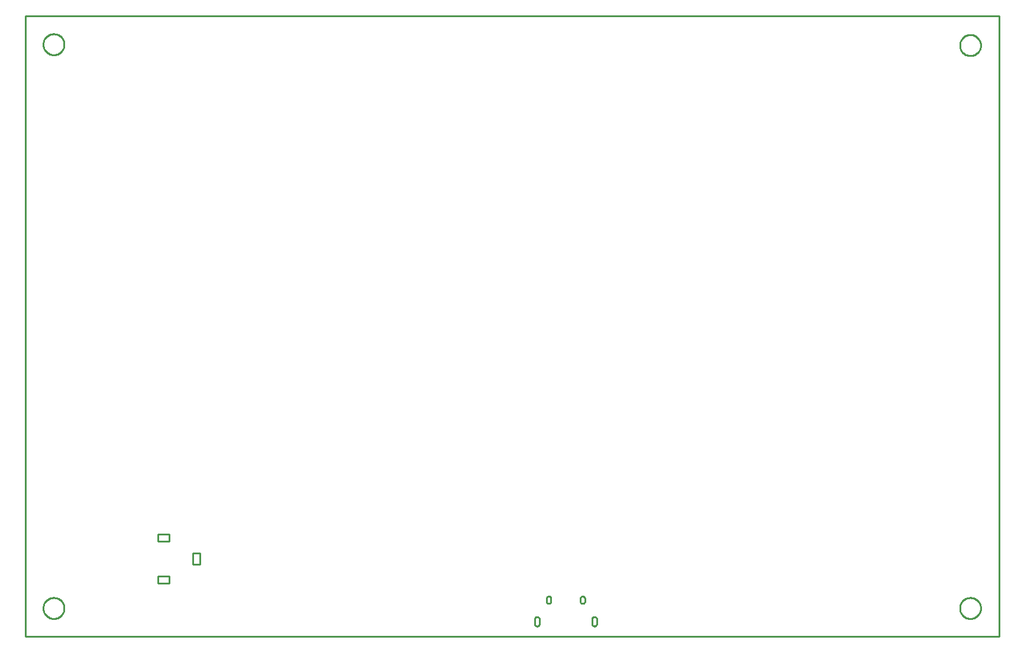
<source format=gbr>
G04 EAGLE Gerber RS-274X export*
G75*
%MOMM*%
%FSLAX34Y34*%
%LPD*%
%IN*%
%IPPOS*%
%AMOC8*
5,1,8,0,0,1.08239X$1,22.5*%
G01*
%ADD10C,0.254000*%


D10*
X0Y0D02*
X1393700Y0D01*
X1393700Y888900D01*
X0Y888900D01*
X0Y0D01*
X240120Y103200D02*
X250120Y103200D01*
X250120Y119200D01*
X240120Y119200D01*
X240120Y103200D01*
X190120Y76200D02*
X206120Y76200D01*
X206120Y86200D01*
X190120Y86200D01*
X190120Y76200D01*
X190120Y136200D02*
X206120Y136200D01*
X206120Y146200D01*
X190120Y146200D01*
X190120Y136200D01*
X728930Y18390D02*
X728943Y18085D01*
X728983Y17782D01*
X729049Y17484D01*
X729141Y17193D01*
X729258Y16911D01*
X729399Y16640D01*
X729563Y16382D01*
X729749Y16140D01*
X729955Y15915D01*
X730180Y15709D01*
X730422Y15523D01*
X730680Y15359D01*
X730951Y15218D01*
X731233Y15101D01*
X731524Y15009D01*
X731822Y14943D01*
X732125Y14903D01*
X732430Y14890D01*
X732735Y14903D01*
X733038Y14943D01*
X733336Y15009D01*
X733627Y15101D01*
X733909Y15218D01*
X734180Y15359D01*
X734438Y15523D01*
X734680Y15709D01*
X734905Y15915D01*
X735111Y16140D01*
X735297Y16382D01*
X735461Y16640D01*
X735602Y16911D01*
X735719Y17193D01*
X735811Y17484D01*
X735877Y17782D01*
X735917Y18085D01*
X735930Y18390D01*
X735930Y24790D01*
X735917Y25095D01*
X735877Y25398D01*
X735811Y25696D01*
X735719Y25987D01*
X735602Y26269D01*
X735461Y26540D01*
X735297Y26798D01*
X735111Y27040D01*
X734905Y27265D01*
X734680Y27471D01*
X734438Y27657D01*
X734180Y27821D01*
X733909Y27962D01*
X733627Y28079D01*
X733336Y28171D01*
X733038Y28237D01*
X732735Y28277D01*
X732430Y28290D01*
X732125Y28277D01*
X731822Y28237D01*
X731524Y28171D01*
X731233Y28079D01*
X730951Y27962D01*
X730680Y27821D01*
X730422Y27657D01*
X730180Y27471D01*
X729955Y27265D01*
X729749Y27040D01*
X729563Y26798D01*
X729399Y26540D01*
X729258Y26269D01*
X729141Y25987D01*
X729049Y25696D01*
X728983Y25398D01*
X728943Y25095D01*
X728930Y24790D01*
X728930Y18390D01*
X810930Y18390D02*
X810943Y18085D01*
X810983Y17782D01*
X811049Y17484D01*
X811141Y17193D01*
X811258Y16911D01*
X811399Y16640D01*
X811563Y16382D01*
X811749Y16140D01*
X811955Y15915D01*
X812180Y15709D01*
X812422Y15523D01*
X812680Y15359D01*
X812951Y15218D01*
X813233Y15101D01*
X813524Y15009D01*
X813822Y14943D01*
X814125Y14903D01*
X814430Y14890D01*
X814735Y14903D01*
X815038Y14943D01*
X815336Y15009D01*
X815627Y15101D01*
X815909Y15218D01*
X816180Y15359D01*
X816438Y15523D01*
X816680Y15709D01*
X816905Y15915D01*
X817111Y16140D01*
X817297Y16382D01*
X817461Y16640D01*
X817602Y16911D01*
X817719Y17193D01*
X817811Y17484D01*
X817877Y17782D01*
X817917Y18085D01*
X817930Y18390D01*
X817930Y24790D01*
X817917Y25095D01*
X817877Y25398D01*
X817811Y25696D01*
X817719Y25987D01*
X817602Y26269D01*
X817461Y26540D01*
X817297Y26798D01*
X817111Y27040D01*
X816905Y27265D01*
X816680Y27471D01*
X816438Y27657D01*
X816180Y27821D01*
X815909Y27962D01*
X815627Y28079D01*
X815336Y28171D01*
X815038Y28237D01*
X814735Y28277D01*
X814430Y28290D01*
X814125Y28277D01*
X813822Y28237D01*
X813524Y28171D01*
X813233Y28079D01*
X812951Y27962D01*
X812680Y27821D01*
X812422Y27657D01*
X812180Y27471D01*
X811955Y27265D01*
X811749Y27040D01*
X811563Y26798D01*
X811399Y26540D01*
X811258Y26269D01*
X811141Y25987D01*
X811049Y25696D01*
X810983Y25398D01*
X810943Y25095D01*
X810930Y24790D01*
X810930Y18390D01*
X794430Y50390D02*
X794442Y50107D01*
X794479Y49826D01*
X794541Y49549D01*
X794626Y49278D01*
X794735Y49017D01*
X794865Y48765D01*
X795018Y48526D01*
X795190Y48301D01*
X795382Y48092D01*
X795591Y47900D01*
X795816Y47728D01*
X796055Y47575D01*
X796307Y47445D01*
X796568Y47336D01*
X796839Y47251D01*
X797116Y47189D01*
X797397Y47152D01*
X797680Y47140D01*
X797963Y47152D01*
X798244Y47189D01*
X798521Y47251D01*
X798792Y47336D01*
X799054Y47445D01*
X799305Y47575D01*
X799544Y47728D01*
X799769Y47900D01*
X799978Y48092D01*
X800170Y48301D01*
X800342Y48526D01*
X800495Y48765D01*
X800626Y49017D01*
X800734Y49278D01*
X800819Y49549D01*
X800881Y49826D01*
X800918Y50107D01*
X800930Y50390D01*
X800930Y54390D01*
X800918Y54673D01*
X800881Y54954D01*
X800819Y55231D01*
X800734Y55502D01*
X800626Y55764D01*
X800495Y56015D01*
X800342Y56254D01*
X800170Y56479D01*
X799978Y56688D01*
X799769Y56880D01*
X799544Y57052D01*
X799305Y57205D01*
X799054Y57336D01*
X798792Y57444D01*
X798521Y57529D01*
X798244Y57591D01*
X797963Y57628D01*
X797680Y57640D01*
X797397Y57628D01*
X797116Y57591D01*
X796839Y57529D01*
X796568Y57444D01*
X796307Y57336D01*
X796055Y57205D01*
X795816Y57052D01*
X795591Y56880D01*
X795382Y56688D01*
X795190Y56479D01*
X795018Y56254D01*
X794865Y56015D01*
X794735Y55764D01*
X794626Y55502D01*
X794541Y55231D01*
X794479Y54954D01*
X794442Y54673D01*
X794430Y54390D01*
X794430Y50390D01*
X745930Y50390D02*
X745942Y50107D01*
X745979Y49826D01*
X746041Y49549D01*
X746126Y49278D01*
X746235Y49017D01*
X746365Y48765D01*
X746518Y48526D01*
X746690Y48301D01*
X746882Y48092D01*
X747091Y47900D01*
X747316Y47728D01*
X747555Y47575D01*
X747807Y47445D01*
X748068Y47336D01*
X748339Y47251D01*
X748616Y47189D01*
X748897Y47152D01*
X749180Y47140D01*
X749463Y47152D01*
X749744Y47189D01*
X750021Y47251D01*
X750292Y47336D01*
X750554Y47445D01*
X750805Y47575D01*
X751044Y47728D01*
X751269Y47900D01*
X751478Y48092D01*
X751670Y48301D01*
X751842Y48526D01*
X751995Y48765D01*
X752126Y49017D01*
X752234Y49278D01*
X752319Y49549D01*
X752381Y49826D01*
X752418Y50107D01*
X752430Y50390D01*
X752430Y54390D01*
X752418Y54673D01*
X752381Y54954D01*
X752319Y55231D01*
X752234Y55502D01*
X752126Y55764D01*
X751995Y56015D01*
X751842Y56254D01*
X751670Y56479D01*
X751478Y56688D01*
X751269Y56880D01*
X751044Y57052D01*
X750805Y57205D01*
X750554Y57336D01*
X750292Y57444D01*
X750021Y57529D01*
X749744Y57591D01*
X749463Y57628D01*
X749180Y57640D01*
X748897Y57628D01*
X748616Y57591D01*
X748339Y57529D01*
X748068Y57444D01*
X747807Y57336D01*
X747555Y57205D01*
X747316Y57052D01*
X747091Y56880D01*
X746882Y56688D01*
X746690Y56479D01*
X746518Y56254D01*
X746365Y56015D01*
X746235Y55764D01*
X746126Y55502D01*
X746041Y55231D01*
X745979Y54954D01*
X745942Y54673D01*
X745930Y54390D01*
X745930Y50390D01*
X1367550Y846554D02*
X1367474Y845486D01*
X1367321Y844425D01*
X1367093Y843378D01*
X1366791Y842350D01*
X1366417Y841346D01*
X1365972Y840371D01*
X1365458Y839431D01*
X1364879Y838530D01*
X1364237Y837672D01*
X1363535Y836862D01*
X1362778Y836105D01*
X1361968Y835403D01*
X1361110Y834761D01*
X1360209Y834182D01*
X1359269Y833668D01*
X1358294Y833223D01*
X1357290Y832849D01*
X1356262Y832547D01*
X1355215Y832319D01*
X1354154Y832166D01*
X1353086Y832090D01*
X1352014Y832090D01*
X1350946Y832166D01*
X1349885Y832319D01*
X1348838Y832547D01*
X1347810Y832849D01*
X1346806Y833223D01*
X1345831Y833668D01*
X1344891Y834182D01*
X1343990Y834761D01*
X1343132Y835403D01*
X1342322Y836105D01*
X1341565Y836862D01*
X1340863Y837672D01*
X1340221Y838530D01*
X1339642Y839431D01*
X1339128Y840371D01*
X1338683Y841346D01*
X1338309Y842350D01*
X1338007Y843378D01*
X1337779Y844425D01*
X1337626Y845486D01*
X1337550Y846554D01*
X1337550Y847626D01*
X1337626Y848694D01*
X1337779Y849755D01*
X1338007Y850802D01*
X1338309Y851830D01*
X1338683Y852834D01*
X1339128Y853809D01*
X1339642Y854749D01*
X1340221Y855650D01*
X1340863Y856508D01*
X1341565Y857318D01*
X1342322Y858075D01*
X1343132Y858777D01*
X1343990Y859419D01*
X1344891Y859998D01*
X1345831Y860512D01*
X1346806Y860957D01*
X1347810Y861331D01*
X1348838Y861633D01*
X1349885Y861861D01*
X1350946Y862014D01*
X1352014Y862090D01*
X1353086Y862090D01*
X1354154Y862014D01*
X1355215Y861861D01*
X1356262Y861633D01*
X1357290Y861331D01*
X1358294Y860957D01*
X1359269Y860512D01*
X1360209Y859998D01*
X1361110Y859419D01*
X1361968Y858777D01*
X1362778Y858075D01*
X1363535Y857318D01*
X1364237Y856508D01*
X1364879Y855650D01*
X1365458Y854749D01*
X1365972Y853809D01*
X1366417Y852834D01*
X1366791Y851830D01*
X1367093Y850802D01*
X1367321Y849755D01*
X1367474Y848694D01*
X1367550Y847626D01*
X1367550Y846554D01*
X1367550Y40104D02*
X1367474Y39036D01*
X1367321Y37975D01*
X1367093Y36928D01*
X1366791Y35900D01*
X1366417Y34896D01*
X1365972Y33921D01*
X1365458Y32981D01*
X1364879Y32080D01*
X1364237Y31222D01*
X1363535Y30412D01*
X1362778Y29655D01*
X1361968Y28953D01*
X1361110Y28311D01*
X1360209Y27732D01*
X1359269Y27218D01*
X1358294Y26773D01*
X1357290Y26399D01*
X1356262Y26097D01*
X1355215Y25869D01*
X1354154Y25716D01*
X1353086Y25640D01*
X1352014Y25640D01*
X1350946Y25716D01*
X1349885Y25869D01*
X1348838Y26097D01*
X1347810Y26399D01*
X1346806Y26773D01*
X1345831Y27218D01*
X1344891Y27732D01*
X1343990Y28311D01*
X1343132Y28953D01*
X1342322Y29655D01*
X1341565Y30412D01*
X1340863Y31222D01*
X1340221Y32080D01*
X1339642Y32981D01*
X1339128Y33921D01*
X1338683Y34896D01*
X1338309Y35900D01*
X1338007Y36928D01*
X1337779Y37975D01*
X1337626Y39036D01*
X1337550Y40104D01*
X1337550Y41176D01*
X1337626Y42244D01*
X1337779Y43305D01*
X1338007Y44352D01*
X1338309Y45380D01*
X1338683Y46384D01*
X1339128Y47359D01*
X1339642Y48299D01*
X1340221Y49200D01*
X1340863Y50058D01*
X1341565Y50868D01*
X1342322Y51625D01*
X1343132Y52327D01*
X1343990Y52969D01*
X1344891Y53548D01*
X1345831Y54062D01*
X1346806Y54507D01*
X1347810Y54881D01*
X1348838Y55183D01*
X1349885Y55411D01*
X1350946Y55564D01*
X1352014Y55640D01*
X1353086Y55640D01*
X1354154Y55564D01*
X1355215Y55411D01*
X1356262Y55183D01*
X1357290Y54881D01*
X1358294Y54507D01*
X1359269Y54062D01*
X1360209Y53548D01*
X1361110Y52969D01*
X1361968Y52327D01*
X1362778Y51625D01*
X1363535Y50868D01*
X1364237Y50058D01*
X1364879Y49200D01*
X1365458Y48299D01*
X1365972Y47359D01*
X1366417Y46384D01*
X1366791Y45380D01*
X1367093Y44352D01*
X1367321Y43305D01*
X1367474Y42244D01*
X1367550Y41176D01*
X1367550Y40104D01*
X55640Y847824D02*
X55564Y846756D01*
X55411Y845695D01*
X55183Y844648D01*
X54881Y843620D01*
X54507Y842616D01*
X54062Y841641D01*
X53548Y840701D01*
X52969Y839800D01*
X52327Y838942D01*
X51625Y838132D01*
X50868Y837375D01*
X50058Y836673D01*
X49200Y836031D01*
X48299Y835452D01*
X47359Y834938D01*
X46384Y834493D01*
X45380Y834119D01*
X44352Y833817D01*
X43305Y833589D01*
X42244Y833436D01*
X41176Y833360D01*
X40104Y833360D01*
X39036Y833436D01*
X37975Y833589D01*
X36928Y833817D01*
X35900Y834119D01*
X34896Y834493D01*
X33921Y834938D01*
X32981Y835452D01*
X32080Y836031D01*
X31222Y836673D01*
X30412Y837375D01*
X29655Y838132D01*
X28953Y838942D01*
X28311Y839800D01*
X27732Y840701D01*
X27218Y841641D01*
X26773Y842616D01*
X26399Y843620D01*
X26097Y844648D01*
X25869Y845695D01*
X25716Y846756D01*
X25640Y847824D01*
X25640Y848896D01*
X25716Y849964D01*
X25869Y851025D01*
X26097Y852072D01*
X26399Y853100D01*
X26773Y854104D01*
X27218Y855079D01*
X27732Y856019D01*
X28311Y856920D01*
X28953Y857778D01*
X29655Y858588D01*
X30412Y859345D01*
X31222Y860047D01*
X32080Y860689D01*
X32981Y861268D01*
X33921Y861782D01*
X34896Y862227D01*
X35900Y862601D01*
X36928Y862903D01*
X37975Y863131D01*
X39036Y863284D01*
X40104Y863360D01*
X41176Y863360D01*
X42244Y863284D01*
X43305Y863131D01*
X44352Y862903D01*
X45380Y862601D01*
X46384Y862227D01*
X47359Y861782D01*
X48299Y861268D01*
X49200Y860689D01*
X50058Y860047D01*
X50868Y859345D01*
X51625Y858588D01*
X52327Y857778D01*
X52969Y856920D01*
X53548Y856019D01*
X54062Y855079D01*
X54507Y854104D01*
X54881Y853100D01*
X55183Y852072D01*
X55411Y851025D01*
X55564Y849964D01*
X55640Y848896D01*
X55640Y847824D01*
X55640Y40104D02*
X55564Y39036D01*
X55411Y37975D01*
X55183Y36928D01*
X54881Y35900D01*
X54507Y34896D01*
X54062Y33921D01*
X53548Y32981D01*
X52969Y32080D01*
X52327Y31222D01*
X51625Y30412D01*
X50868Y29655D01*
X50058Y28953D01*
X49200Y28311D01*
X48299Y27732D01*
X47359Y27218D01*
X46384Y26773D01*
X45380Y26399D01*
X44352Y26097D01*
X43305Y25869D01*
X42244Y25716D01*
X41176Y25640D01*
X40104Y25640D01*
X39036Y25716D01*
X37975Y25869D01*
X36928Y26097D01*
X35900Y26399D01*
X34896Y26773D01*
X33921Y27218D01*
X32981Y27732D01*
X32080Y28311D01*
X31222Y28953D01*
X30412Y29655D01*
X29655Y30412D01*
X28953Y31222D01*
X28311Y32080D01*
X27732Y32981D01*
X27218Y33921D01*
X26773Y34896D01*
X26399Y35900D01*
X26097Y36928D01*
X25869Y37975D01*
X25716Y39036D01*
X25640Y40104D01*
X25640Y41176D01*
X25716Y42244D01*
X25869Y43305D01*
X26097Y44352D01*
X26399Y45380D01*
X26773Y46384D01*
X27218Y47359D01*
X27732Y48299D01*
X28311Y49200D01*
X28953Y50058D01*
X29655Y50868D01*
X30412Y51625D01*
X31222Y52327D01*
X32080Y52969D01*
X32981Y53548D01*
X33921Y54062D01*
X34896Y54507D01*
X35900Y54881D01*
X36928Y55183D01*
X37975Y55411D01*
X39036Y55564D01*
X40104Y55640D01*
X41176Y55640D01*
X42244Y55564D01*
X43305Y55411D01*
X44352Y55183D01*
X45380Y54881D01*
X46384Y54507D01*
X47359Y54062D01*
X48299Y53548D01*
X49200Y52969D01*
X50058Y52327D01*
X50868Y51625D01*
X51625Y50868D01*
X52327Y50058D01*
X52969Y49200D01*
X53548Y48299D01*
X54062Y47359D01*
X54507Y46384D01*
X54881Y45380D01*
X55183Y44352D01*
X55411Y43305D01*
X55564Y42244D01*
X55640Y41176D01*
X55640Y40104D01*
M02*

</source>
